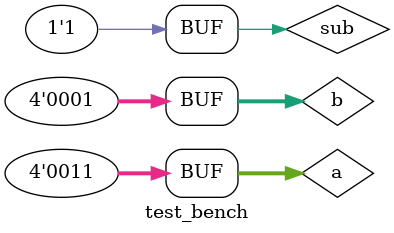
<source format=v>
module test_bench();
  
  reg [3:0]a,b;
  reg sub;
  wire [3:0]sum;
  wire cout;
  
  top_module dut(a,b,sub,sum,cout);
  
  initial begin
    #0 a=3'b0;b=3'b0;sub=0;
    #5 a=3'b1;
    #5 a=3'b10;
    #5 b=3'b1;sub=1;
    #5 b=3'b10;
    #5 a=3'b11;b=3'b1;
  end
  
  initial begin
    $dumpfile("test_bench.vcd");
    $dumpvars();
  end
  
  always@(*) begin
    $display("time =%d, a=%b, b=%b, sub=%b sum=%b ", $time,a,b,sub,sum);
  end
  
endmodule

</source>
